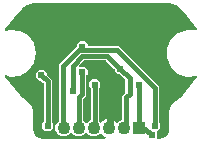
<source format=gbr>
G04 EAGLE Gerber RS-274X export*
G75*
%MOMM*%
%FSLAX34Y34*%
%LPD*%
%INBottom Copper*%
%IPPOS*%
%AMOC8*
5,1,8,0,0,1.08239X$1,22.5*%
G01*
%ADD10C,1.100000*%
%ADD11R,1.100000X1.100000*%
%ADD12C,0.381000*%
%ADD13C,0.609600*%
%ADD14C,0.654800*%

G36*
X3116Y-72394D02*
X3116Y-72394D01*
X3213Y-72384D01*
X3237Y-72374D01*
X3263Y-72370D01*
X3349Y-72324D01*
X3438Y-72284D01*
X3457Y-72267D01*
X3481Y-72254D01*
X3547Y-72184D01*
X3619Y-72118D01*
X3632Y-72095D01*
X3650Y-72076D01*
X3691Y-71988D01*
X3738Y-71902D01*
X3743Y-71877D01*
X3754Y-71853D01*
X3764Y-71756D01*
X3782Y-71660D01*
X3778Y-71634D01*
X3781Y-71609D01*
X3760Y-71514D01*
X3746Y-71417D01*
X3734Y-71394D01*
X3728Y-71368D01*
X3678Y-71284D01*
X3634Y-71198D01*
X3616Y-71180D01*
X3602Y-71157D01*
X3528Y-71094D01*
X3459Y-71026D01*
X3430Y-71010D01*
X3415Y-70997D01*
X3385Y-70985D01*
X3312Y-70945D01*
X2541Y-70626D01*
X1224Y-69746D01*
X104Y-68626D01*
X-39Y-68410D01*
X-104Y-68341D01*
X-163Y-68268D01*
X-187Y-68252D01*
X-207Y-68231D01*
X-290Y-68186D01*
X-370Y-68135D01*
X-398Y-68128D01*
X-424Y-68114D01*
X-517Y-68098D01*
X-608Y-68075D01*
X-637Y-68077D01*
X-666Y-68072D01*
X-759Y-68087D01*
X-853Y-68094D01*
X-880Y-68105D01*
X-909Y-68110D01*
X-993Y-68153D01*
X-1080Y-68190D01*
X-1108Y-68213D01*
X-1128Y-68223D01*
X-1150Y-68247D01*
X-1211Y-68295D01*
X-2371Y-69455D01*
X-4953Y-70525D01*
X-7747Y-70525D01*
X-10329Y-69455D01*
X-12162Y-67623D01*
X-12178Y-67611D01*
X-12190Y-67596D01*
X-12278Y-67540D01*
X-12361Y-67479D01*
X-12380Y-67473D01*
X-12397Y-67463D01*
X-12498Y-67437D01*
X-12597Y-67407D01*
X-12616Y-67407D01*
X-12636Y-67403D01*
X-12739Y-67411D01*
X-12842Y-67413D01*
X-12861Y-67420D01*
X-12881Y-67422D01*
X-12976Y-67462D01*
X-13073Y-67498D01*
X-13089Y-67510D01*
X-13107Y-67518D01*
X-13238Y-67623D01*
X-15071Y-69455D01*
X-17653Y-70525D01*
X-20447Y-70525D01*
X-23029Y-69455D01*
X-24862Y-67623D01*
X-24878Y-67611D01*
X-24890Y-67596D01*
X-24978Y-67540D01*
X-25061Y-67479D01*
X-25080Y-67473D01*
X-25097Y-67463D01*
X-25198Y-67437D01*
X-25297Y-67407D01*
X-25316Y-67407D01*
X-25336Y-67403D01*
X-25439Y-67411D01*
X-25542Y-67413D01*
X-25561Y-67420D01*
X-25581Y-67422D01*
X-25676Y-67462D01*
X-25773Y-67498D01*
X-25789Y-67510D01*
X-25807Y-67518D01*
X-25938Y-67623D01*
X-27771Y-69455D01*
X-30353Y-70525D01*
X-33147Y-70525D01*
X-35729Y-69455D01*
X-37705Y-67479D01*
X-38775Y-64897D01*
X-38775Y-62103D01*
X-37705Y-59521D01*
X-35657Y-57472D01*
X-35604Y-57398D01*
X-35544Y-57329D01*
X-35532Y-57299D01*
X-35513Y-57272D01*
X-35486Y-57186D01*
X-35452Y-57101D01*
X-35448Y-57060D01*
X-35441Y-57037D01*
X-35442Y-57005D01*
X-35434Y-56934D01*
X-35434Y-9247D01*
X-20798Y5389D01*
X-20745Y5463D01*
X-20685Y5532D01*
X-20673Y5562D01*
X-20654Y5588D01*
X-20627Y5675D01*
X-20593Y5760D01*
X-20589Y5801D01*
X-20582Y5824D01*
X-20583Y5856D01*
X-20575Y5927D01*
X-20575Y7228D01*
X-17896Y9907D01*
X-14108Y9907D01*
X-11429Y7228D01*
X-11429Y6858D01*
X-11426Y6838D01*
X-11428Y6819D01*
X-11406Y6717D01*
X-11390Y6615D01*
X-11380Y6598D01*
X-11376Y6578D01*
X-11323Y6489D01*
X-11274Y6398D01*
X-11260Y6384D01*
X-11250Y6367D01*
X-11171Y6300D01*
X-11096Y6228D01*
X-11078Y6220D01*
X-11063Y6207D01*
X-10967Y6168D01*
X-10873Y6125D01*
X-10853Y6123D01*
X-10835Y6115D01*
X-10668Y6097D01*
X14756Y6097D01*
X16988Y3865D01*
X48769Y-27916D01*
X48769Y-57989D01*
X48783Y-58079D01*
X48791Y-58170D01*
X48803Y-58199D01*
X48808Y-58231D01*
X48851Y-58312D01*
X48887Y-58396D01*
X48913Y-58428D01*
X48924Y-58449D01*
X48947Y-58471D01*
X48992Y-58527D01*
X49912Y-59447D01*
X49912Y-63235D01*
X47010Y-66137D01*
X46999Y-66153D01*
X46983Y-66165D01*
X46955Y-66209D01*
X46919Y-66247D01*
X46897Y-66294D01*
X46867Y-66336D01*
X46861Y-66355D01*
X46850Y-66372D01*
X46837Y-66423D01*
X46815Y-66470D01*
X46809Y-66522D01*
X46794Y-66572D01*
X46795Y-66591D01*
X46790Y-66611D01*
X46794Y-66663D01*
X46788Y-66714D01*
X46799Y-66766D01*
X46801Y-66817D01*
X46807Y-66836D01*
X46809Y-66856D01*
X46829Y-66904D01*
X46840Y-66955D01*
X46867Y-67000D01*
X46885Y-67048D01*
X46897Y-67064D01*
X46905Y-67082D01*
X46950Y-67138D01*
X46967Y-67166D01*
X46984Y-67181D01*
X47010Y-67213D01*
X47245Y-67448D01*
X47245Y-71285D01*
X47228Y-71309D01*
X47206Y-71378D01*
X47176Y-71443D01*
X47171Y-71495D01*
X47155Y-71544D01*
X47157Y-71616D01*
X47149Y-71687D01*
X47160Y-71738D01*
X47162Y-71790D01*
X47186Y-71858D01*
X47201Y-71928D01*
X47228Y-71973D01*
X47246Y-72021D01*
X47291Y-72077D01*
X47328Y-72139D01*
X47367Y-72173D01*
X47400Y-72213D01*
X47460Y-72252D01*
X47514Y-72299D01*
X47563Y-72318D01*
X47607Y-72346D01*
X47676Y-72364D01*
X47743Y-72391D01*
X47814Y-72399D01*
X47845Y-72407D01*
X47868Y-72405D01*
X47909Y-72409D01*
X50000Y-72409D01*
X50026Y-72405D01*
X50075Y-72406D01*
X51372Y-72278D01*
X51399Y-72271D01*
X51427Y-72270D01*
X51588Y-72224D01*
X53985Y-71231D01*
X54041Y-71196D01*
X54101Y-71171D01*
X54166Y-71119D01*
X54194Y-71101D01*
X54206Y-71086D01*
X54232Y-71066D01*
X56066Y-69232D01*
X56104Y-69179D01*
X56150Y-69132D01*
X56190Y-69059D01*
X56209Y-69032D01*
X56215Y-69013D01*
X56231Y-68985D01*
X57224Y-66588D01*
X57230Y-66561D01*
X57243Y-66536D01*
X57278Y-66372D01*
X57406Y-65075D01*
X57404Y-65048D01*
X57409Y-65000D01*
X57409Y-52539D01*
X57409Y-52538D01*
X57409Y-51221D01*
X57409Y-49762D01*
X57409Y-48905D01*
X58961Y-44693D01*
X61873Y-41276D01*
X62619Y-40856D01*
X63179Y-40541D01*
X63829Y-40175D01*
X63850Y-40159D01*
X63893Y-40136D01*
X66557Y-38273D01*
X66574Y-38256D01*
X66670Y-38177D01*
X68922Y-35832D01*
X68937Y-35810D01*
X68971Y-35776D01*
X69201Y-35484D01*
X81120Y-20360D01*
X81152Y-20302D01*
X81193Y-20249D01*
X81211Y-20195D01*
X81239Y-20145D01*
X81251Y-20079D01*
X81273Y-20016D01*
X81273Y-19959D01*
X81283Y-19903D01*
X81274Y-19837D01*
X81274Y-19770D01*
X81256Y-19716D01*
X81248Y-19659D01*
X81218Y-19600D01*
X81197Y-19537D01*
X81163Y-19491D01*
X81137Y-19440D01*
X81089Y-19393D01*
X81049Y-19340D01*
X81002Y-19307D01*
X80962Y-19267D01*
X80902Y-19238D01*
X80847Y-19200D01*
X80792Y-19185D01*
X80741Y-19160D01*
X80674Y-19151D01*
X80610Y-19133D01*
X80529Y-19132D01*
X80497Y-19128D01*
X80477Y-19132D01*
X80443Y-19132D01*
X72906Y-19924D01*
X64983Y-17350D01*
X58792Y-11776D01*
X55404Y-4165D01*
X55404Y4165D01*
X58792Y11776D01*
X64983Y17350D01*
X72906Y19924D01*
X80443Y19132D01*
X80509Y19136D01*
X80576Y19130D01*
X80631Y19143D01*
X80688Y19146D01*
X80750Y19171D01*
X80815Y19186D01*
X80863Y19216D01*
X80916Y19238D01*
X80967Y19281D01*
X81024Y19316D01*
X81060Y19360D01*
X81103Y19397D01*
X81138Y19455D01*
X81180Y19506D01*
X81201Y19559D01*
X81230Y19608D01*
X81244Y19674D01*
X81268Y19736D01*
X81270Y19793D01*
X81282Y19849D01*
X81275Y19915D01*
X81278Y19982D01*
X81262Y20036D01*
X81256Y20093D01*
X81227Y20154D01*
X81209Y20218D01*
X81166Y20286D01*
X81152Y20316D01*
X81138Y20331D01*
X81120Y20360D01*
X69830Y34686D01*
X68971Y35776D01*
X68955Y35790D01*
X68934Y35820D01*
X67240Y37664D01*
X67239Y37665D01*
X67238Y37667D01*
X67111Y37777D01*
X62995Y40606D01*
X62993Y40607D01*
X62992Y40608D01*
X62966Y40620D01*
X62943Y40638D01*
X62790Y40706D01*
X58020Y42187D01*
X58018Y42187D01*
X58017Y42188D01*
X57852Y42219D01*
X55355Y42407D01*
X55334Y42405D01*
X55298Y42409D01*
X54864Y42409D01*
X53909Y42409D01*
X-53909Y42409D01*
X-55147Y42409D01*
X-55298Y42409D01*
X-55319Y42406D01*
X-55355Y42407D01*
X-57852Y42219D01*
X-57854Y42218D01*
X-57856Y42218D01*
X-58020Y42187D01*
X-62790Y40706D01*
X-62817Y40692D01*
X-62847Y40685D01*
X-62995Y40606D01*
X-67111Y37777D01*
X-67112Y37775D01*
X-67114Y37775D01*
X-67240Y37664D01*
X-68934Y35820D01*
X-68945Y35802D01*
X-68971Y35776D01*
X-68997Y35742D01*
X-69830Y34686D01*
X-81415Y19986D01*
X-81426Y19966D01*
X-81442Y19949D01*
X-81485Y19859D01*
X-81534Y19771D01*
X-81538Y19748D01*
X-81548Y19727D01*
X-81560Y19628D01*
X-81578Y19529D01*
X-81575Y19506D01*
X-81578Y19483D01*
X-81557Y19385D01*
X-81543Y19285D01*
X-81533Y19265D01*
X-81528Y19242D01*
X-81477Y19155D01*
X-81432Y19066D01*
X-81416Y19050D01*
X-81404Y19030D01*
X-81328Y18964D01*
X-81257Y18893D01*
X-81236Y18883D01*
X-81219Y18868D01*
X-81126Y18829D01*
X-81036Y18785D01*
X-81013Y18783D01*
X-80991Y18774D01*
X-80891Y18767D01*
X-80792Y18754D01*
X-80769Y18758D01*
X-80746Y18757D01*
X-80582Y18791D01*
X-77094Y19924D01*
X-68809Y19053D01*
X-61595Y14888D01*
X-56698Y8149D01*
X-54966Y0D01*
X-56698Y-8148D01*
X-61595Y-14888D01*
X-68809Y-19053D01*
X-77094Y-19924D01*
X-80582Y-18791D01*
X-80605Y-18787D01*
X-80626Y-18778D01*
X-80726Y-18769D01*
X-80825Y-18753D01*
X-80848Y-18757D01*
X-80871Y-18755D01*
X-80968Y-18778D01*
X-81067Y-18796D01*
X-81088Y-18807D01*
X-81110Y-18812D01*
X-81195Y-18865D01*
X-81283Y-18913D01*
X-81299Y-18930D01*
X-81319Y-18942D01*
X-81383Y-19020D01*
X-81451Y-19093D01*
X-81460Y-19114D01*
X-81475Y-19132D01*
X-81511Y-19226D01*
X-81552Y-19317D01*
X-81555Y-19340D01*
X-81563Y-19362D01*
X-81567Y-19462D01*
X-81577Y-19562D01*
X-81572Y-19584D01*
X-81573Y-19607D01*
X-81544Y-19704D01*
X-81522Y-19802D01*
X-81510Y-19821D01*
X-81504Y-19844D01*
X-81415Y-19986D01*
X-69130Y-35574D01*
X-68971Y-35776D01*
X-68951Y-35794D01*
X-68922Y-35832D01*
X-66670Y-38177D01*
X-66650Y-38191D01*
X-66557Y-38273D01*
X-63893Y-40136D01*
X-63890Y-40137D01*
X-63887Y-40139D01*
X-63857Y-40156D01*
X-63829Y-40175D01*
X-63282Y-40483D01*
X-62620Y-40856D01*
X-62619Y-40856D01*
X-61873Y-41275D01*
X-58961Y-44693D01*
X-57409Y-48905D01*
X-57409Y-49762D01*
X-57409Y-51157D01*
X-57409Y-52538D01*
X-57409Y-52539D01*
X-57409Y-65000D01*
X-57405Y-65026D01*
X-57406Y-65075D01*
X-57278Y-66372D01*
X-57271Y-66399D01*
X-57270Y-66427D01*
X-57224Y-66588D01*
X-56231Y-68985D01*
X-56196Y-69040D01*
X-56171Y-69101D01*
X-56119Y-69166D01*
X-56101Y-69194D01*
X-56086Y-69206D01*
X-56066Y-69232D01*
X-54232Y-71066D01*
X-54179Y-71104D01*
X-54132Y-71150D01*
X-54059Y-71190D01*
X-54032Y-71209D01*
X-54013Y-71215D01*
X-53985Y-71231D01*
X-51588Y-72224D01*
X-51561Y-72230D01*
X-51536Y-72243D01*
X-51372Y-72278D01*
X-50075Y-72406D01*
X-50048Y-72404D01*
X-50000Y-72409D01*
X3020Y-72409D01*
X3116Y-72394D01*
G37*
G36*
X7132Y-63496D02*
X7132Y-63496D01*
X7151Y-63498D01*
X7253Y-63476D01*
X7355Y-63459D01*
X7372Y-63450D01*
X7392Y-63446D01*
X7481Y-63393D01*
X7572Y-63344D01*
X7586Y-63330D01*
X7603Y-63320D01*
X7670Y-63241D01*
X7741Y-63166D01*
X7750Y-63148D01*
X7763Y-63133D01*
X7802Y-63037D01*
X7845Y-62943D01*
X7847Y-62923D01*
X7855Y-62905D01*
X7873Y-62738D01*
X7873Y-55605D01*
X8695Y-55768D01*
X10159Y-56374D01*
X11476Y-57254D01*
X12596Y-58374D01*
X12739Y-58590D01*
X12804Y-58659D01*
X12863Y-58732D01*
X12887Y-58748D01*
X12907Y-58769D01*
X12990Y-58814D01*
X13070Y-58865D01*
X13098Y-58872D01*
X13124Y-58886D01*
X13217Y-58902D01*
X13308Y-58925D01*
X13337Y-58923D01*
X13366Y-58928D01*
X13459Y-58913D01*
X13553Y-58906D01*
X13580Y-58895D01*
X13609Y-58890D01*
X13693Y-58847D01*
X13780Y-58810D01*
X13808Y-58787D01*
X13828Y-58777D01*
X13850Y-58753D01*
X13911Y-58705D01*
X15071Y-57545D01*
X17436Y-56565D01*
X17536Y-56503D01*
X17636Y-56443D01*
X17640Y-56439D01*
X17645Y-56435D01*
X17720Y-56346D01*
X17796Y-56256D01*
X17798Y-56251D01*
X17802Y-56246D01*
X17844Y-56138D01*
X17888Y-56028D01*
X17889Y-56021D01*
X17890Y-56016D01*
X17891Y-55998D01*
X17906Y-55862D01*
X17906Y-35917D01*
X20350Y-33473D01*
X20403Y-33399D01*
X20463Y-33330D01*
X20475Y-33300D01*
X20494Y-33274D01*
X20521Y-33187D01*
X20555Y-33102D01*
X20559Y-33061D01*
X20566Y-33038D01*
X20565Y-33006D01*
X20573Y-32935D01*
X20573Y-23072D01*
X20559Y-22982D01*
X20551Y-22891D01*
X20539Y-22861D01*
X20534Y-22829D01*
X20491Y-22749D01*
X20455Y-22665D01*
X20429Y-22633D01*
X20418Y-22612D01*
X20395Y-22590D01*
X20350Y-22534D01*
X15947Y-18131D01*
X15873Y-18078D01*
X15804Y-18018D01*
X15774Y-18006D01*
X15748Y-17987D01*
X15661Y-17960D01*
X15576Y-17926D01*
X15535Y-17922D01*
X15512Y-17915D01*
X15480Y-17916D01*
X15409Y-17908D01*
X14108Y-17908D01*
X11429Y-15229D01*
X11429Y-13928D01*
X11415Y-13838D01*
X11407Y-13747D01*
X11395Y-13717D01*
X11390Y-13685D01*
X11347Y-13605D01*
X11311Y-13521D01*
X11285Y-13489D01*
X11274Y-13468D01*
X11251Y-13446D01*
X11206Y-13390D01*
X4136Y-6320D01*
X4062Y-6267D01*
X3993Y-6207D01*
X3963Y-6195D01*
X3937Y-6176D01*
X3850Y-6149D01*
X3765Y-6115D01*
X3724Y-6111D01*
X3701Y-6104D01*
X3669Y-6105D01*
X3598Y-6097D01*
X-14266Y-6097D01*
X-14356Y-6111D01*
X-14447Y-6119D01*
X-14477Y-6131D01*
X-14509Y-6136D01*
X-14589Y-6179D01*
X-14673Y-6215D01*
X-14705Y-6241D01*
X-14726Y-6252D01*
X-14748Y-6275D01*
X-14804Y-6320D01*
X-18614Y-10130D01*
X-18656Y-10188D01*
X-18706Y-10240D01*
X-18728Y-10287D01*
X-18758Y-10329D01*
X-18779Y-10398D01*
X-18809Y-10463D01*
X-18815Y-10515D01*
X-18830Y-10565D01*
X-18828Y-10636D01*
X-18836Y-10707D01*
X-18825Y-10758D01*
X-18824Y-10810D01*
X-18799Y-10878D01*
X-18784Y-10948D01*
X-18757Y-10993D01*
X-18739Y-11041D01*
X-18695Y-11097D01*
X-18658Y-11159D01*
X-18618Y-11193D01*
X-18586Y-11233D01*
X-18525Y-11272D01*
X-18471Y-11319D01*
X-18423Y-11338D01*
X-18379Y-11366D01*
X-18309Y-11384D01*
X-18243Y-11411D01*
X-18171Y-11419D01*
X-18140Y-11427D01*
X-18117Y-11425D01*
X-18076Y-11429D01*
X-14108Y-11429D01*
X-11429Y-14108D01*
X-11429Y-17896D01*
X-12349Y-18816D01*
X-12402Y-18890D01*
X-12462Y-18960D01*
X-12474Y-18990D01*
X-12493Y-19016D01*
X-12520Y-19103D01*
X-12554Y-19188D01*
X-12558Y-19229D01*
X-12565Y-19251D01*
X-12564Y-19283D01*
X-12572Y-19354D01*
X-12572Y-36092D01*
X-15016Y-38536D01*
X-15069Y-38610D01*
X-15129Y-38679D01*
X-15141Y-38709D01*
X-15160Y-38735D01*
X-15187Y-38822D01*
X-15221Y-38907D01*
X-15225Y-38948D01*
X-15232Y-38971D01*
X-15231Y-39003D01*
X-15239Y-39074D01*
X-15239Y-57061D01*
X-15225Y-57151D01*
X-15217Y-57242D01*
X-15205Y-57272D01*
X-15200Y-57304D01*
X-15157Y-57384D01*
X-15121Y-57468D01*
X-15095Y-57500D01*
X-15084Y-57521D01*
X-15061Y-57543D01*
X-15016Y-57599D01*
X-13238Y-59377D01*
X-13222Y-59389D01*
X-13210Y-59404D01*
X-13123Y-59460D01*
X-13039Y-59521D01*
X-13019Y-59527D01*
X-13003Y-59537D01*
X-12902Y-59563D01*
X-12803Y-59593D01*
X-12784Y-59593D01*
X-12764Y-59597D01*
X-12661Y-59589D01*
X-12558Y-59587D01*
X-12539Y-59580D01*
X-12519Y-59578D01*
X-12424Y-59538D01*
X-12327Y-59502D01*
X-12311Y-59490D01*
X-12293Y-59482D01*
X-12162Y-59377D01*
X-10329Y-57545D01*
X-9234Y-57091D01*
X-9134Y-57029D01*
X-9034Y-56969D01*
X-9030Y-56965D01*
X-9025Y-56961D01*
X-8950Y-56871D01*
X-8874Y-56783D01*
X-8872Y-56777D01*
X-8868Y-56772D01*
X-8826Y-56663D01*
X-8782Y-56554D01*
X-8781Y-56547D01*
X-8780Y-56542D01*
X-8779Y-56524D01*
X-8764Y-56388D01*
X-8764Y-30022D01*
X-8778Y-29932D01*
X-8786Y-29841D01*
X-8798Y-29812D01*
X-8803Y-29780D01*
X-8846Y-29699D01*
X-8882Y-29615D01*
X-8908Y-29583D01*
X-8919Y-29562D01*
X-8942Y-29540D01*
X-8987Y-29484D01*
X-9907Y-28564D01*
X-9907Y-24776D01*
X-7228Y-22097D01*
X-3440Y-22097D01*
X-761Y-24776D01*
X-761Y-28564D01*
X-1681Y-29484D01*
X-1734Y-29558D01*
X-1794Y-29628D01*
X-1806Y-29658D01*
X-1825Y-29684D01*
X-1852Y-29771D01*
X-1886Y-29856D01*
X-1890Y-29897D01*
X-1897Y-29919D01*
X-1896Y-29951D01*
X-1904Y-30022D01*
X-1904Y-57696D01*
X-1890Y-57786D01*
X-1882Y-57877D01*
X-1870Y-57907D01*
X-1865Y-57939D01*
X-1822Y-58019D01*
X-1786Y-58103D01*
X-1760Y-58135D01*
X-1749Y-58156D01*
X-1726Y-58178D01*
X-1681Y-58234D01*
X-1211Y-58705D01*
X-1134Y-58760D01*
X-1062Y-58821D01*
X-1035Y-58831D01*
X-1011Y-58848D01*
X-921Y-58876D01*
X-833Y-58911D01*
X-804Y-58912D01*
X-776Y-58921D01*
X-682Y-58918D01*
X-587Y-58923D01*
X-559Y-58915D01*
X-530Y-58914D01*
X-442Y-58882D01*
X-351Y-58856D01*
X-326Y-58840D01*
X-299Y-58830D01*
X-225Y-58771D01*
X-147Y-58718D01*
X-124Y-58690D01*
X-107Y-58676D01*
X-89Y-58649D01*
X-39Y-58590D01*
X104Y-58374D01*
X1224Y-57254D01*
X2541Y-56374D01*
X4005Y-55768D01*
X4827Y-55605D01*
X4827Y-62738D01*
X4830Y-62758D01*
X4828Y-62777D01*
X4850Y-62879D01*
X4867Y-62981D01*
X4876Y-62998D01*
X4880Y-63018D01*
X4933Y-63107D01*
X4982Y-63198D01*
X4996Y-63212D01*
X5006Y-63229D01*
X5085Y-63296D01*
X5160Y-63367D01*
X5178Y-63376D01*
X5193Y-63389D01*
X5289Y-63428D01*
X5383Y-63471D01*
X5403Y-63473D01*
X5421Y-63481D01*
X5588Y-63499D01*
X7112Y-63499D01*
X7132Y-63496D01*
G37*
%LPC*%
G36*
X-47233Y-65914D02*
X-47233Y-65914D01*
X-49912Y-63235D01*
X-49912Y-59447D01*
X-48992Y-58527D01*
X-48939Y-58453D01*
X-48879Y-58383D01*
X-48867Y-58353D01*
X-48848Y-58327D01*
X-48821Y-58240D01*
X-48787Y-58155D01*
X-48783Y-58114D01*
X-48776Y-58092D01*
X-48777Y-58060D01*
X-48769Y-57989D01*
X-48769Y-25739D01*
X-48783Y-25649D01*
X-48791Y-25558D01*
X-48803Y-25528D01*
X-48808Y-25496D01*
X-48851Y-25416D01*
X-48887Y-25332D01*
X-48913Y-25299D01*
X-48924Y-25279D01*
X-48947Y-25257D01*
X-48992Y-25201D01*
X-50728Y-23465D01*
X-50802Y-23412D01*
X-50871Y-23352D01*
X-50901Y-23340D01*
X-50927Y-23321D01*
X-51014Y-23294D01*
X-51099Y-23260D01*
X-51140Y-23256D01*
X-51162Y-23249D01*
X-51195Y-23250D01*
X-51266Y-23242D01*
X-52567Y-23242D01*
X-55246Y-20563D01*
X-55246Y-16775D01*
X-52567Y-14096D01*
X-48779Y-14096D01*
X-46100Y-16775D01*
X-46100Y-18076D01*
X-46086Y-18166D01*
X-46078Y-18257D01*
X-46066Y-18287D01*
X-46061Y-18319D01*
X-46018Y-18399D01*
X-45982Y-18483D01*
X-45956Y-18515D01*
X-45945Y-18536D01*
X-45922Y-18558D01*
X-45877Y-18614D01*
X-41909Y-22582D01*
X-41909Y-57989D01*
X-41895Y-58079D01*
X-41887Y-58170D01*
X-41875Y-58199D01*
X-41870Y-58231D01*
X-41827Y-58312D01*
X-41791Y-58396D01*
X-41765Y-58428D01*
X-41754Y-58449D01*
X-41731Y-58471D01*
X-41686Y-58527D01*
X-40766Y-59447D01*
X-40766Y-63235D01*
X-43445Y-65914D01*
X-47233Y-65914D01*
G37*
%LPD*%
D10*
X6350Y-63500D03*
D11*
X31750Y-63500D03*
D10*
X-6350Y-63500D03*
X-19050Y-63500D03*
X-31750Y-63500D03*
X19050Y-63500D03*
D12*
X8001Y-61341D02*
X8001Y-40005D01*
X16002Y-32004D01*
X8001Y-61341D02*
X6350Y-63500D01*
X50673Y-24003D02*
X50673Y10668D01*
X0Y-18669D02*
X-8001Y-18669D01*
X0Y-18669D02*
X13335Y-32004D01*
X16002Y-32004D01*
D13*
X16002Y-32004D03*
X50673Y10668D03*
X50673Y-24003D03*
X-8001Y-18669D03*
D14*
X60000Y30000D03*
X-60000Y30000D03*
X-25000Y35000D03*
X25000Y35000D03*
D12*
X-32004Y-10668D02*
X-32004Y-61341D01*
X-32004Y-10668D02*
X-16002Y5334D01*
X-32004Y-61341D02*
X-31750Y-63500D01*
X45339Y-61341D02*
X45339Y-29337D01*
X13335Y2667D01*
X-16002Y2667D01*
X-16002Y5334D01*
D13*
X-16002Y5334D03*
X45339Y-61341D03*
D12*
X-18669Y-61341D02*
X-18669Y-37338D01*
X-16002Y-34671D01*
X-16002Y-16002D01*
X-18669Y-61341D02*
X-19050Y-63500D01*
X-45339Y-61341D02*
X-45339Y-24003D01*
X-50673Y-18669D01*
D13*
X-16002Y-16002D03*
X-45339Y-61341D03*
X-50673Y-18669D03*
D12*
X32004Y-64008D02*
X37338Y-64008D01*
X42672Y-69342D01*
X32004Y-64008D02*
X31750Y-63500D01*
X32004Y-61341D02*
X32004Y-26670D01*
X32004Y-61341D02*
X31750Y-63500D01*
D13*
X42672Y-69342D03*
X32004Y-26670D03*
D12*
X21336Y-37338D02*
X21336Y-61341D01*
X21336Y-37338D02*
X24003Y-34671D01*
X24003Y-21336D01*
X16002Y-13335D01*
X21336Y-61341D02*
X19050Y-63500D01*
X-24003Y-32004D02*
X-24003Y-10668D01*
X-16002Y-2667D01*
X5334Y-2667D01*
X16002Y-13335D01*
D13*
X16002Y-13335D03*
X-24003Y-32004D03*
D12*
X-5334Y-26670D02*
X-5334Y-61341D01*
X-6350Y-63500D01*
D13*
X-5334Y-26670D03*
M02*

</source>
